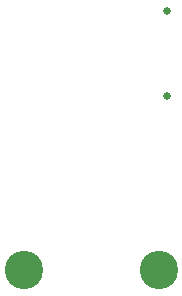
<source format=gbr>
%TF.GenerationSoftware,KiCad,Pcbnew,8.0.1*%
%TF.CreationDate,2024-04-22T16:55:56+02:00*%
%TF.ProjectId,power-test,706f7765-722d-4746-9573-742e6b696361,rev?*%
%TF.SameCoordinates,Original*%
%TF.FileFunction,NonPlated,1,4,NPTH,Drill*%
%TF.FilePolarity,Positive*%
%FSLAX46Y46*%
G04 Gerber Fmt 4.6, Leading zero omitted, Abs format (unit mm)*
G04 Created by KiCad (PCBNEW 8.0.1) date 2024-04-22 16:55:56*
%MOMM*%
%LPD*%
G01*
G04 APERTURE LIST*
%TA.AperFunction,ComponentDrill*%
%ADD10C,0.650000*%
%TD*%
%TA.AperFunction,ComponentDrill*%
%ADD11C,3.250000*%
%TD*%
G04 APERTURE END LIST*
D10*
%TO.C,J2*%
X99760000Y-57100000D03*
X99760000Y-64300000D03*
D11*
%TO.C,J1*%
X87642500Y-79045000D03*
X99072500Y-79045000D03*
M02*

</source>
